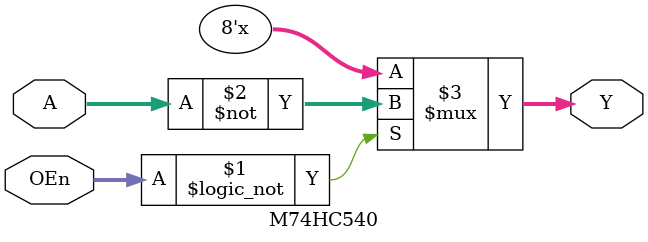
<source format=v>
/*
 * Copyright (c) 2020-2021, SERI Development Team
 *
 * SPDX-License-Identifier: Apache-2.0
 *
 * Change Logs:
 * Date           Author       Notes
 * 2022-01-26     Lyons        first version
 */

`include "pa_soc_param.v"

module M74HC540 (
    input  [7:0]                A,
    input  [1:0]                OEn,

    output [7:0]                Y
);

assign Y[7:0] = (2'b00 == OEn[1:0]) ? ~A[7:0]
                                    : 8'bzzzz_zzzz;

endmodule
</source>
